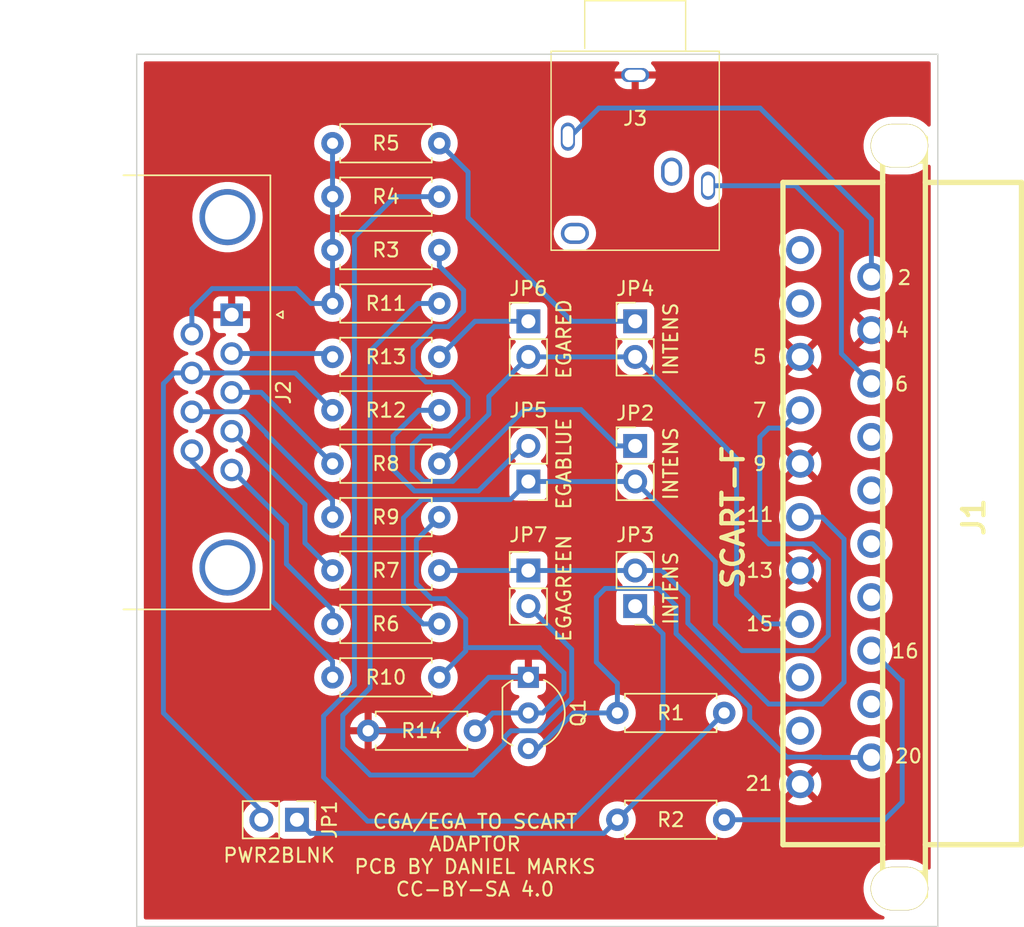
<source format=kicad_pcb>
(kicad_pcb (version 20211014) (generator pcbnew)
  (layers (0 "F.Cu" signal) (31 "B.Cu" signal) (34 "B.Paste" user) (35 "F.Paste" user) (36 "B.SilkS" user "B.Silkscreen") (37 "F.SilkS" user "F.Silkscreen") (38 "B.Mask" user) (39 "F.Mask" user) (44 "Edge.Cuts" user))
  (net 0 "")
  (net 3 "GND")
  (net 7 "Net-(J1-Pad15)")
  (net 11 "Net-(J1-Pad7)")
  (net 12 "Net-(J2-Pad3)")
  (net 13 "Net-(J2-Pad4)")
  (net 14 "Net-(J2-Pad5)")
  (net 15 "Net-(J2-Pad6)")
  (net 16 "Net-(J2-Pad7)")
  (net 17 "Net-(J2-Pad8)")
  (net 18 "Net-(J2-Pad9)")
  (net 19 "Net-(Q1-Pad2)")
  (net 20 "Net-(Q1-Pad3)")
  (net 21 "Net-(JP1-Pad1)")
  (net 22 "Net-(J2-Pad2)")
  (net 23 "Net-(JP2-Pad1)")
  (net 24 "Net-(JP3-Pad1)")
  (net 25 "Net-(JP4-Pad1)")
  (net 27 "Net-(JP5-Pad2)")
  (net 28 "Net-(JP6-Pad1)")
  (net 29 "Net-(JP7-Pad2)")
  (net 30 "Net-(J1-Pad2)")
  (net 31 "Net-(J1-Pad6)")
  (net 32 "Net-(J1-Pad11)")
  (net 35 "Net-(J1-Pad16)")
  (footprint "Resistor_THT:R_Axial_DIN0207_L6.3mm_D2.5mm_P7.62mm_Horizontal" (layer "F.Cu") (at 124.46 96.52 180)
    (fp_text reference "R14" (at 3.81 0) (layer "F.SilkS"))
    (fp_text value "1M")
    (fp_line (start 0.54 -1.04) (end 0.54 -1.37) (layer "F.SilkS") (width 0.12))
    (fp_line (start 7.08 1.37) (end 7.08 1.04) (layer "F.SilkS") (width 0.12))
    (fp_line (start 0.54 1.04) (end 0.54 1.37) (layer "F.SilkS") (width 0.12))
    (fp_line (start 0.54 -1.37) (end 7.08 -1.37) (layer "F.SilkS") (width 0.12))
    (fp_line (start 0.54 1.37) (end 7.08 1.37) (layer "F.SilkS") (width 0.12))
    (fp_line (start 7.08 -1.37) (end 7.08 -1.04) (layer "F.SilkS") (width 0.12))
    (pad "1" thru_hole circle (at 0 0 180) (size 1.6 1.6) (drill 0.8) (layers *.Cu *.Mask) (net 19 "Net-(Q1-Pad2)"))
    (pad "2" thru_hole oval (at 7.62 0 180) (size 1.6 1.6) (drill 0.8) (layers *.Cu *.Mask) (net 3 "GND"))
  )
  (footprint "Resistor_THT:R_Axial_DIN0207_L6.3mm_D2.5mm_P7.62mm_Horizontal" (layer "F.Cu") (at 121.92 92.71 180)
    (fp_text reference "R10" (at 3.81 0) (layer "F.SilkS"))
    (fp_text value "470R")
    (fp_line (start 0.54 1.37) (end 7.08 1.37) (layer "F.SilkS") (width 0.12))
    (fp_line (start 0.54 -1.37) (end 7.08 -1.37) (layer "F.SilkS") (width 0.12))
    (fp_line (start 0.54 1.04) (end 0.54 1.37) (layer "F.SilkS") (width 0.12))
    (fp_line (start 0.54 -1.04) (end 0.54 -1.37) (layer "F.SilkS") (width 0.12))
    (fp_line (start 7.08 1.37) (end 7.08 1.04) (layer "F.SilkS") (width 0.12))
    (fp_line (start 7.08 -1.37) (end 7.08 -1.04) (layer "F.SilkS") (width 0.12))
    (pad "1" thru_hole circle (at 0 0 180) (size 1.6 1.6) (drill 0.8) (layers *.Cu *.Mask) (net 19 "Net-(Q1-Pad2)"))
    (pad "2" thru_hole oval (at 7.62 0 180) (size 1.6 1.6) (drill 0.8) (layers *.Cu *.Mask) (net 18 "Net-(J2-Pad9)"))
  )
  (footprint "Resistor_THT:R_Axial_DIN0207_L6.3mm_D2.5mm_P7.62mm_Horizontal" (layer "F.Cu") (at 114.3 85.09)
    (fp_text reference "R7" (at 3.81 0) (layer "F.SilkS"))
    (fp_text value "470R")
    (fp_line (start 7.08 -1.37) (end 7.08 -1.04) (layer "F.SilkS") (width 0.12))
    (fp_line (start 0.54 1.04) (end 0.54 1.37) (layer "F.SilkS") (width 0.12))
    (fp_line (start 0.54 -1.37) (end 7.08 -1.37) (layer "F.SilkS") (width 0.12))
    (fp_line (start 0.54 1.37) (end 7.08 1.37) (layer "F.SilkS") (width 0.12))
    (fp_line (start 0.54 -1.04) (end 0.54 -1.37) (layer "F.SilkS") (width 0.12))
    (fp_line (start 7.08 1.37) (end 7.08 1.04) (layer "F.SilkS") (width 0.12))
    (pad "1" thru_hole circle (at 0 0) (size 1.6 1.6) (drill 0.8) (layers *.Cu *.Mask) (net 13 "Net-(J2-Pad4)"))
    (pad "2" thru_hole oval (at 7.62 0) (size 1.6 1.6) (drill 0.8) (layers *.Cu *.Mask) (net 32 "Net-(J1-Pad11)"))
  )
  (footprint "Connector_PinHeader_2.54mm:PinHeader_1x02_P2.54mm_Vertical" (layer "F.Cu") (at 135.89 76.2)
    (fp_text reference "JP2" (at 0 -2.33) (layer "F.SilkS"))
    (fp_text value "INTENS")
    (fp_line (start -1.33 -1.33) (end 0 -1.33) (layer "F.SilkS") (width 0.12))
    (fp_line (start -1.33 3.87) (end 1.33 3.87) (layer "F.SilkS") (width 0.12))
    (fp_line (start -1.33 1.27) (end -1.33 3.87) (layer "F.SilkS") (width 0.12))
    (fp_line (start 1.33 1.27) (end 1.33 3.87) (layer "F.SilkS") (width 0.12))
    (fp_line (start -1.33 0) (end -1.33 -1.33) (layer "F.SilkS") (width 0.12))
    (fp_line (start -1.33 1.27) (end 1.33 1.27) (layer "F.SilkS") (width 0.12))
    (pad "1" thru_hole rect (at 0 0) (size 1.7 1.7) (drill 1) (layers *.Cu *.Mask) (net 23 "Net-(JP2-Pad1)"))
    (pad "2" thru_hole oval (at 0 2.54) (size 1.7 1.7) (drill 1) (layers *.Cu *.Mask) (net 11 "Net-(J1-Pad7)"))
  )
  (footprint "Resistor_THT:R_Axial_DIN0207_L6.3mm_D2.5mm_P7.62mm_Horizontal" (layer "F.Cu") (at 114.3 77.47)
    (fp_text reference "R8" (at 3.81 0) (layer "F.SilkS"))
    (fp_text value "470R")
    (fp_line (start 0.54 -1.37) (end 7.08 -1.37) (layer "F.SilkS") (width 0.12))
    (fp_line (start 0.54 1.37) (end 7.08 1.37) (layer "F.SilkS") (width 0.12))
    (fp_line (start 0.54 1.04) (end 0.54 1.37) (layer "F.SilkS") (width 0.12))
    (fp_line (start 0.54 -1.04) (end 0.54 -1.37) (layer "F.SilkS") (width 0.12))
    (fp_line (start 7.08 -1.37) (end 7.08 -1.04) (layer "F.SilkS") (width 0.12))
    (fp_line (start 7.08 1.37) (end 7.08 1.04) (layer "F.SilkS") (width 0.12))
    (pad "1" thru_hole circle (at 0 0) (size 1.6 1.6) (drill 0.8) (layers *.Cu *.Mask) (net 12 "Net-(J2-Pad3)"))
    (pad "2" thru_hole oval (at 7.62 0) (size 1.6 1.6) (drill 0.8) (layers *.Cu *.Mask) (net 7 "Net-(J1-Pad15)"))
  )
  (footprint "Resistor_THT:R_Axial_DIN0207_L6.3mm_D2.5mm_P7.62mm_Horizontal" (layer "F.Cu") (at 114.3 69.85)
    (fp_text reference "R13" (at 3.81 0) (layer "F.SilkS"))
    (fp_text value "NC")
    (fp_line (start 0.54 -1.37) (end 7.08 -1.37) (layer "F.SilkS") (width 0.12))
    (fp_line (start 7.08 -1.37) (end 7.08 -1.04) (layer "F.SilkS") (width 0.12))
    (fp_line (start 0.54 -1.04) (end 0.54 -1.37) (layer "F.SilkS") (width 0.12))
    (fp_line (start 0.54 1.04) (end 0.54 1.37) (layer "F.SilkS") (width 0.12))
    (fp_line (start 7.08 1.37) (end 7.08 1.04) (layer "F.SilkS") (width 0.12))
    (fp_line (start 0.54 1.37) (end 7.08 1.37) (layer "F.SilkS") (width 0.12))
    (pad "1" thru_hole circle (at 0 0) (size 1.6 1.6) (drill 0.8) (layers *.Cu *.Mask) (net 22 "Net-(J2-Pad2)"))
    (pad "2" thru_hole oval (at 7.62 0) (size 1.6 1.6) (drill 0.8) (layers *.Cu *.Mask) (net 28 "Net-(JP6-Pad1)"))
  )
  (footprint "CGA2SCart:SCART" (layer "F.Cu") (at 154.94 81.28 90)
    (fp_text reference "J1" (at 0 5.10032 90) (layer "F.SilkS") (effects (font (size 1.524 1.524) (thickness 0.3048))))
    (fp_text value "SCART-F" (at 0 -12.065 90) (layer "F.SilkS") (effects (font (size 1.524 1.524) (thickness 0.3048))))
    (fp_line (start -23.368 8.509) (end -23.368 1.651) (layer "F.SilkS") (width 0.381))
    (fp_line (start -23.368 -8.509) (end 23.876 -8.509) (layer "F.SilkS") (width 0.381))
    (fp_line (start -23.368 8.509) (end 23.876 8.509) (layer "F.SilkS") (width 0.381))
    (fp_line (start 27.051 -1.397) (end 27.051 1.651) (layer "F.SilkS") (width 0.381))
    (fp_line (start -25.4 -1.397) (end -25.4 1.651) (layer "F.SilkS") (width 0.381))
    (fp_line (start 23.876 8.509) (end 23.876 1.651) (layer "F.SilkS") (width 0.381))
    (fp_line (start -27.051 -1.397) (end -27.051 1.651) (layer "F.SilkS") (width 0.381))
    (fp_line (start 23.876 -8.509) (end 23.876 -1.397) (layer "F.SilkS") (width 0.381))
    (fp_line (start 25.4 -1.397) (end 25.4 1.651) (layer "F.SilkS") (width 0.381))
    (fp_line (start 27.051 1.651) (end -27.051 1.651) (layer "F.SilkS") (width 0.381))
    (fp_line (start -27.051 -1.397) (end 27.051 -1.397) (layer "F.SilkS") (width 0.381))
    (fp_line (start -23.368 -1.397) (end -23.368 -8.509) (layer "F.SilkS") (width 0.381))
    (pad "" np_thru_hole oval locked (at -26.49982 -0.20066 90) (size 3.1 4.1) (drill oval 3 4) (layers *.Cu *.Mask "F.SilkS"))
    (pad "" np_thru_hole oval locked (at 26.49982 -0.20066 90) (size 3.1 4.1) (drill oval 3 4) (layers *.Cu *.Mask "F.SilkS"))
    (pad "1" thru_hole circle locked (at 19.05 -7.27964 90) (size 1.99898 1.99898) (drill 1.19888) (layers *.Cu *.Mask))
    (pad "2" thru_hole circle locked (at 17.145 -2.19964 90) (size 1.99898 1.99898) (drill 1.19888) (layers *.Cu *.Mask) (net 30 "Net-(J1-Pad2)"))
    (pad "3" thru_hole circle locked (at 15.24 -7.27964 90) (size 1.99898 1.99898) (drill 1.19888) (layers *.Cu *.Mask))
    (pad "4" thru_hole circle locked (at 13.335 -2.19964 90) (size 1.99898 1.99898) (drill 1.19888) (layers *.Cu *.Mask) (net 3 "GND"))
    (pad "5" thru_hole circle locked (at 11.43 -7.27964 90) (size 1.99898 1.99898) (drill 1.19888) (layers *.Cu *.Mask) (net 3 "GND"))
    (pad "6" thru_hole circle locked (at 9.525 -2.19964 90) (size 1.99898 1.99898) (drill 1.19888) (layers *.Cu *.Mask) (net 31 "Net-(J1-Pad6)"))
    (pad "7" thru_hole circle locked (at 7.62 -7.27964 90) (size 1.99898 1.99898) (drill 1.19888) (layers *.Cu *.Mask) (net 11 "Net-(J1-Pad7)"))
    (pad "8" thru_hole circle locked (at 5.715 -2.19964 90) (size 1.99898 1.99898) (drill 1.19888) (layers *.Cu *.Mask))
    (pad "9" thru_hole circle locked (at 3.81 -7.27964 90) (size 1.99898 1.99898) (drill 1.19888) (layers *.Cu *.Mask) (net 3 "GND"))
    (pad "10" thru_hole circle locked (at 1.905 -2.19964 90) (size 1.99898 1.99898) (drill 1.19888) (layers *.Cu *.Mask))
    (pad "11" thru_hole circle locked (at 0 -7.27964 90) (size 1.99898 1.99898) (drill 1.19888) (layers *.Cu *.Mask) (net 32 "Net-(J1-Pad11)"))
    (pad "12" thru_hole circle locked (at -1.905 -2.19964 90) (size 1.99898 1.99898) (drill 1.19888) (layers *.Cu *.Mask))
    (pad "13" thru_hole circle locked (at -3.81 -7.27964 90) (size 1.99898 1.99898) (drill 1.19888) (layers *.Cu *.Mask) (net 3 "GND"))
    (pad "14" thru_hole circle locked (at -5.715 -2.19964 90) (size 1.99898 1.99898) (drill 1.19888) (layers *.Cu *.Mask))
    (pad "15" thru_hole circle locked (at -7.62 -7.27964 90) (size 1.99898 1.99898) (drill 1.19888) (layers *.Cu *.Mask) (net 7 "Net-(J1-Pad15)"))
    (pad "16" thru_hole circle locked (at -9.525 -2.19964 90) (size 1.99898 1.99898) (drill 1.19888) (layers *.Cu *.Mask) (net 35 "Net-(J1-Pad16)"))
    (pad "17" thru_hole circle locked (at -11.43 -7.27964 90) (size 1.99898 1.99898) (drill 1.19888) (layers *.Cu *.Mask))
    (pad "18" thru_hole circle locked (at -13.335 -2.19964 90) (size 1.99898 1.99898) (drill 1.19888) (layers *.Cu *.Mask))
    (pad "19" thru_hole circle locked (at -15.24 -7.27964 90) (size 1.99898 1.99898) (drill 1.19888) (layers *.Cu *.Mask))
    (pad "20" thru_hole circle locked (at -17.145 -2.19964 90) (size 1.99898 1.99898) (drill 1.19888) (layers *.Cu *.Mask) (net 20 "Net-(Q1-Pad3)"))
    (pad "21" thru_hole circle locked (at -19.05 -7.27964 90) (size 1.99898 1.99898) (drill 1.19888) (layers *.Cu *.Mask) (net 3 "GND"))
  )
  (footprint "Connector_PinHeader_2.54mm:PinHeader_1x02_P2.54mm_Vertical" (layer "F.Cu") (at 135.89 87.63 180)
    (fp_text reference "JP3" (at 0 5.08) (layer "F.SilkS"))
    (fp_text value "IN")
    (fp_line (start -1.33 1.27) (end -1.33 3.87) (layer "F.SilkS") (width 0.12))
    (fp_line (start -1.33 1.27) (end 1.33 1.27) (layer "F.SilkS") (width 0.12))
    (fp_line (start -1.33 3.87) (end 1.33 3.87) (layer "F.SilkS") (width 0.12))
    (fp_line (start -1.33 0) (end -1.33 -1.33) (layer "F.SilkS") (width 0.12))
    (fp_line (start 1.33 1.27) (end 1.33 3.87) (layer "F.SilkS") (width 0.12))
    (fp_line (start -1.33 -1.33) (end 0 -1.33) (layer "F.SilkS") (width 0.12))
    (pad "1" thru_hole rect (at 0 0 180) (size 1.7 1.7) (drill 1) (layers *.Cu *.Mask) (net 24 "Net-(JP3-Pad1)"))
    (pad "2" thru_hole oval (at 0 2.54 180) (size 1.7 1.7) (drill 1) (layers *.Cu *.Mask) (net 32 "Net-(J1-Pad11)"))
  )
  (footprint "Connector_PinHeader_2.54mm:PinHeader_1x02_P2.54mm_Vertical" (layer "F.Cu") (at 128.27 67.31)
    (fp_text reference "JP6" (at 0 -2.33) (layer "F.SilkS"))
    (fp_text value "EGARED")
    (fp_line (start -1.33 1.27) (end 1.33 1.27) (layer "F.SilkS") (width 0.12))
    (fp_line (start -1.33 3.87) (end 1.33 3.87) (layer "F.SilkS") (width 0.12))
    (fp_line (start -1.33 1.27) (end -1.33 3.87) (layer "F.SilkS") (width 0.12))
    (fp_line (start -1.33 -1.33) (end 0 -1.33) (layer "F.SilkS") (width 0.12))
    (fp_line (start -1.33 0) (end -1.33 -1.33) (layer "F.SilkS") (width 0.12))
    (fp_line (start 1.33 1.27) (end 1.33 3.87) (layer "F.SilkS") (width 0.12))
    (pad "1" thru_hole rect (at 0 0) (size 1.7 1.7) (drill 1) (layers *.Cu *.Mask) (net 28 "Net-(JP6-Pad1)"))
    (pad "2" thru_hole oval (at 0 2.54) (size 1.7 1.7) (drill 1) (layers *.Cu *.Mask) (net 7 "Net-(J1-Pad15)"))
  )
  (footprint "Resistor_THT:R_Axial_DIN0207_L6.3mm_D2.5mm_P7.62mm_Horizontal" (layer "F.Cu") (at 121.92 66.04 180)
    (fp_text reference "R11" (at 3.81 0) (layer "F.SilkS"))
    (fp_text value "NC")
    (fp_line (start 0.54 -1.04) (end 0.54 -1.37) (layer "F.SilkS") (width 0.12))
    (fp_line (start 7.08 -1.37) (end 7.08 -1.04) (layer "F.SilkS") (width 0.12))
    (fp_line (start 7.08 1.37) (end 7.08 1.04) (layer "F.SilkS") (width 0.12))
    (fp_line (start 0.54 -1.37) (end 7.08 -1.37) (layer "F.SilkS") (width 0.12))
    (fp_line (start 0.54 1.04) (end 0.54 1.37) (layer "F.SilkS") (width 0.12))
    (fp_line (start 0.54 1.37) (end 7.08 1.37) (layer "F.SilkS") (width 0.12))
    (pad "1" thru_hole circle (at 0 0 180) (size 1.6 1.6) (drill 0.8) (layers *.Cu *.Mask) (net 29 "Net-(JP7-Pad2)"))
    (pad "2" thru_hole oval (at 7.62 0 180) (size 1.6 1.6) (drill 0.8) (layers *.Cu *.Mask) (net 15 "Net-(J2-Pad6)"))
  )
  (footprint "Resistor_THT:R_Axial_DIN0207_L6.3mm_D2.5mm_P7.62mm_Horizontal" (layer "F.Cu") (at 114.3 58.42)
    (fp_text reference "R4" (at 3.81 0) (layer "F.SilkS"))
    (fp_text value "1k")
    (fp_line (start 7.08 -1.37) (end 7.08 -1.04) (layer "F.SilkS") (width 0.12))
    (fp_line (start 0.54 1.37) (end 7.08 1.37) (layer "F.SilkS") (width 0.12))
    (fp_line (start 0.54 1.04) (end 0.54 1.37) (layer "F.SilkS") (width 0.12))
    (fp_line (start 0.54 -1.37) (end 7.08 -1.37) (layer "F.SilkS") (width 0.12))
    (fp_line (start 7.08 1.37) (end 7.08 1.04) (layer "F.SilkS") (width 0.12))
    (fp_line (start 0.54 -1.04) (end 0.54 -1.37) (layer "F.SilkS") (width 0.12))
    (pad "1" thru_hole circle (at 0 0) (size 1.6 1.6) (drill 0.8) (layers *.Cu *.Mask) (net 15 "Net-(J2-Pad6)"))
    (pad "2" thru_hole oval (at 7.62 0) (size 1.6 1.6) (drill 0.8) (layers *.Cu *.Mask) (net 24 "Net-(JP3-Pad1)"))
  )
  (footprint "Resistor_THT:R_Axial_DIN0207_L6.3mm_D2.5mm_P7.62mm_Horizontal" (layer "F.Cu") (at 142.24 102.87 180)
    (fp_text reference "R2" (at 3.81 0) (layer "F.SilkS"))
    (fp_text value "68R")
    (fp_line (start 0.54 1.37) (end 7.08 1.37) (layer "F.SilkS") (width 0.12))
    (fp_line (start 0.54 1.04) (end 0.54 1.37) (layer "F.SilkS") (width 0.12))
    (fp_line (start 7.08 1.37) (end 7.08 1.04) (layer "F.SilkS") (width 0.12))
    (fp_line (start 7.08 -1.37) (end 7.08 -1.04) (layer "F.SilkS") (width 0.12))
    (fp_line (start 0.54 -1.04) (end 0.54 -1.37) (layer "F.SilkS") (width 0.12))
    (fp_line (start 0.54 -1.37) (end 7.08 -1.37) (layer "F.SilkS") (width 0.12))
    (pad "1" thru_hole circle (at 0 0 180) (size 1.6 1.6) (drill 0.8) (layers *.Cu *.Mask) (net 35 "Net-(J1-Pad16)"))
    (pad "2" thru_hole oval (at 7.62 0 180) (size 1.6 1.6) (drill 0.8) (layers *.Cu *.Mask) (net 21 "Net-(JP1-Pad1)"))
  )
  (footprint "Resistor_THT:R_Axial_DIN0207_L6.3mm_D2.5mm_P7.62mm_Horizontal" (layer "F.Cu") (at 114.3 54.61)
    (fp_text reference "R5" (at 3.81 0) (layer "F.SilkS"))
    (fp_text value "1k")
    (fp_line (start 0.54 1.37) (end 7.08 1.37) (layer "F.SilkS") (width 0.12))
    (fp_line (start 7.08 1.37) (end 7.08 1.04) (layer "F.SilkS") (width 0.12))
    (fp_line (start 0.54 -1.04) (end 0.54 -1.37) (layer "F.SilkS") (width 0.12))
    (fp_line (start 7.08 -1.37) (end 7.08 -1.04) (layer "F.SilkS") (width 0.12))
    (fp_line (start 0.54 -1.37) (end 7.08 -1.37) (layer "F.SilkS") (width 0.12))
    (fp_line (start 0.54 1.04) (end 0.54 1.37) (layer "F.SilkS") (width 0.12))
    (pad "1" thru_hole circle (at 0 0) (size 1.6 1.6) (drill 0.8) (layers *.Cu *.Mask) (net 15 "Net-(J2-Pad6)"))
    (pad "2" thru_hole oval (at 7.62 0) (size 1.6 1.6) (drill 0.8) (layers *.Cu *.Mask) (net 25 "Net-(JP4-Pad1)"))
  )
  (footprint "Connector_PinHeader_2.54mm:PinHeader_1x02_P2.54mm_Vertical" (layer "F.Cu") (at 128.27 85.09)
    (fp_text reference "JP7" (at 0 -2.54) (layer "F.SilkS"))
    (fp_text value "EGAGREEN")
    (fp_line (start -1.33 -1.33) (end 0 -1.33) (layer "F.SilkS") (width 0.12))
    (fp_line (start -1.33 0) (end -1.33 -1.33) (layer "F.SilkS") (width 0.12))
    (fp_line (start 1.33 1.27) (end 1.33 3.87) (layer "F.SilkS") (width 0.12))
    (fp_line (start -1.33 1.27) (end -1.33 3.87) (layer "F.SilkS") (width 0.12))
    (fp_line (start -1.33 3.87) (end 1.33 3.87) (layer "F.SilkS") (width 0.12))
    (fp_line (start -1.33 1.27) (end 1.33 1.27) (layer "F.SilkS") (width 0.12))
    (pad "1" thru_hole rect (at 0 0) (size 1.7 1.7) (drill 1) (layers *.Cu *.Mask) (net 32 "Net-(J1-Pad11)"))
    (pad "2" thru_hole oval (at 0 2.54) (size 1.7 1.7) (drill 1) (layers *.Cu *.Mask) (net 29 "Net-(JP7-Pad2)"))
  )
  (footprint "Connector_Dsub:DSUB-9_Male_Horizontal_P2.77x2.84mm_EdgePinOffset4.94mm_Housed_MountingHolesOffset7.48mm" (layer "F.Cu") (at 107.105331 66.84 -90)
    (fp_text reference "J2" (at 5.54 -3.7 90) (layer "F.SilkS"))
    (fp_text value "DB9_Male")
    (fp_line (start 0.25 -3.654338) (end 0 -3.221325) (layer "F.SilkS") (width 0.12))
    (fp_line (start -9.945 -2.76) (end 21.025 -2.76) (layer "F.SilkS") (width 0.12))
    (fp_line (start 21.025 -2.76) (end 21.025 7.72) (layer "F.SilkS") (width 0.12))
    (fp_line (start 0 -3.221325) (end -0.25 -3.654338) (layer "F.SilkS") (width 0.12))
    (fp_line (start -0.25 -3.654338) (end 0.25 -3.654338) (layer "F.SilkS") (width 0.12))
    (fp_line (start -9.945 7.72) (end -9.945 -2.76) (layer "F.SilkS") (width 0.12))
    (pad "0" thru_hole circle (at -6.96 0.3 270) (size 4 4) (drill 3.2) (layers *.Cu *.Mask))
    (pad "0" thru_hole circle (at 18.04 0.3 270) (size 4 4) (drill 3.2) (layers *.Cu *.Mask))
    (pad "1" thru_hole rect (at 0 0 270) (size 1.6 1.6) (drill 1) (layers *.Cu *.Mask) (net 3 "GND"))
    (pad "2" thru_hole circle (at 2.77 0 270) (size 1.6 1.6) (drill 1) (layers *.Cu *.Mask) (net 22 "Net-(J2-Pad2)"))
    (pad "3" thru_hole circle (at 5.54 0 270) (size 1.6 1.6) (drill 1) (layers *.Cu *.Mask) (net 12 "Net-(J2-Pad3)"))
    (pad "4" thru_hole circle (at 8.31 0 270) (size 1.6 1.6) (drill 1) (layers *.Cu *.Mask) (net 13 "Net-(J2-Pad4)"))
    (pad "5" thru_hole circle (at 11.08 0 270) (size 1.6 1.6) (drill 1) (layers *.Cu *.Mask) (net 14 "Net-(J2-Pad5)"))
    (pad "6" thru_hole circle (at 1.385 2.84 270) (size 1.6 1.6) (drill 1) (layers *.Cu *.Mask) (net 15 "Net-(J2-Pad6)"))
    (pad "7" thru_hole circle (at 4.155 2.84 270) (size 1.6 1.6) (drill 1) (layers *.Cu *.Mask) (net 16 "Net-(J2-Pad7)"))
    (pad "8" thru_hole circle (at 6.925 2.84 270) (size 1.6 1.6) (drill 1) (layers *.Cu *.Mask) (net 17 "Net-(J2-Pad8)"))
    (pad "9" thru_hole circle (at 9.695 2.84 270) (size 1.6 1.6) (drill 1) (layers *.Cu *.Mask) (net 18 "Net-(J2-Pad9)"))
  )
  (footprint "Connector_PinHeader_2.54mm:PinHeader_1x02_P2.54mm_Vertical" (layer "F.Cu") (at 128.27 78.74 180)
    (fp_text reference "JP5" (at 0 5.08) (layer "F.SilkS"))
    (fp_text value "EGABLUE")
    (fp_line (start -1.33 1.27) (end 1.33 1.27) (layer "F.SilkS") (width 0.12))
    (fp_line (start -1.33 0) (end -1.33 -1.33) (layer "F.SilkS") (width 0.12))
    (fp_line (start 1.33 1.27) (end 1.33 3.87) (layer "F.SilkS") (width 0.12))
    (fp_line (start -1.33 3.87) (end 1.33 3.87) (layer "F.SilkS") (width 0.12))
    (fp_line (start -1.33 -1.33) (end 0 -1.33) (layer "F.SilkS") (width 0.12))
    (fp_line (start -1.33 1.27) (end -1.33 3.87) (layer "F.SilkS") (width 0.12))
    (pad "1" thru_hole rect (at 0 0 180) (size 1.7 1.7) (drill 1) (layers *.Cu *.Mask) (net 11 "Net-(J1-Pad7)"))
    (pad "2" thru_hole oval (at 0 2.54 180) (size 1.7 1.7) (drill 1) (layers *.Cu *.Mask) (net 27 "Net-(JP5-Pad2)"))
  )
  (footprint "Resistor_THT:R_Axial_DIN0207_L6.3mm_D2.5mm_P7.62mm_Horizontal" (layer "F.Cu") (at 114.3 73.66)
    (fp_text reference "R12" (at 3.81 0) (layer "F.SilkS"))
    (fp_text value "NC")
    (fp_line (start 0.54 1.37) (end 7.08 1.37) (layer "F.SilkS") (width 0.12))
    (fp_line (start 0.54 -1.04) (end 0.54 -1.37) (layer "F.SilkS") (width 0.12))
    (fp_line (start 0.54 1.04) (end 0.54 1.37) (layer "F.SilkS") (width 0.12))
    (fp_line (start 7.08 1.37) (end 7.08 1.04) (layer "F.SilkS") (width 0.12))
    (fp_line (start 7.08 -1.37) (end 7.08 -1.04) (layer "F.SilkS") (width 0.12))
    (fp_line (start 0.54 -1.37) (end 7.08 -1.37) (layer "F.SilkS") (width 0.12))
    (pad "1" thru_hole circle (at 0 0) (size 1.6 1.6) (drill 0.8) (layers *.Cu *.Mask) (net 16 "Net-(J2-Pad7)"))
    (pad "2" thru_hole oval (at 7.62 0) (size 1.6 1.6) (drill 0.8) (layers *.Cu *.Mask) (net 27 "Net-(JP5-Pad2)"))
  )
  (footprint "Resistor_THT:R_Axial_DIN0207_L6.3mm_D2.5mm_P7.62mm_Horizontal" (layer "F.Cu") (at 121.92 81.28 180)
    (fp_text reference "R9" (at 3.81 0) (layer "F.SilkS"))
    (fp_text value "470R")
    (fp_line (start 0.54 1.37) (end 7.08 1.37) (layer "F.SilkS") (width 0.12))
    (fp_line (start 7.08 1.37) (end 7.08 1.04) (layer "F.SilkS") (width 0.12))
    (fp_line (start 0.54 -1.04) (end 0.54 -1.37) (layer "F.SilkS") (width 0.12))
    (fp_line (start 0.54 1.04) (end 0.54 1.37) (layer "F.SilkS") (width 0.12))
    (fp_line (start 0.54 -1.37) (end 7.08 -1.37) (layer "F.SilkS") (width 0.12))
    (fp_line (start 7.08 -1.37) (end 7.08 -1.04) (layer "F.SilkS") (width 0.12))
    (pad "1" thru_hole circle (at 0 0 180) (size 1.6 1.6) (drill 0.8) (layers *.Cu *.Mask) (net 19 "Net-(Q1-Pad2)"))
    (pad "2" thru_hole oval (at 7.62 0 180) (size 1.6 1.6) (drill 0.8) (layers *.Cu *.Mask) (net 17 "Net-(J2-Pad8)"))
  )
  (footprint "Connector_PinHeader_2.54mm:PinHeader_1x02_P2.54mm_Vertical" (layer "F.Cu") (at 135.89 67.31)
    (fp_text reference "JP4" (at 0 -2.33) (layer "F.SilkS"))
    (fp_text value "IN")
    (fp_line (start -1.33 -1.33) (end 0 -1.33) (layer "F.SilkS") (width 0.12))
    (fp_line (start -1.33 3.87) (end 1.33 3.87) (layer "F.SilkS") (width 0.12))
    (fp_line (start -1.33 1.27) (end 1.33 1.27) (layer "F.SilkS") (width 0.12))
    (fp_line (start 1.33 1.27) (end 1.33 3.87) (layer "F.SilkS") (width 0.12))
    (fp_line (start -1.33 0) (end -1.33 -1.33) (layer "F.SilkS") (width 0.12))
    (fp_line (start -1.33 1.27) (end -1.33 3.87) (layer "F.SilkS") (width 0.12))
    (pad "1" thru_hole rect (at 0 0) (size 1.7 1.7) (drill 1) (layers *.Cu *.Mask) (net 25 "Net-(JP4-Pad1)"))
    (pad "2" thru_hole oval (at 0 2.54) (size 1.7 1.7) (drill 1) (layers *.Cu *.Mask) (net 7 "Net-(J1-Pad15)"))
  )
  (footprint "Package_TO_SOT_THT:TO-92_Inline_Wide" (layer "F.Cu") (at 128.27 92.71 -90)
    (fp_text reference "Q1" (at 2.54 -3.56 90) (layer "F.SilkS"))
    (fp_text value "2N7000")
    (fp_line (start 0.74 1.85) (end 4.34 1.85) (layer "F.SilkS") (width 0.12))
    (fp_arc (start 2.54 -2.6) (mid 3.936979 -2.192818) (end 4.8964 -1.098807) (layer "F.SilkS") (width 0.12))
    (fp_arc (start 4.864184 1.122795) (mid 4.633903 1.509328) (end 4.34 1.85) (layer "F.SilkS") (width 0.12))
    (fp_arc (start 0.1836 -1.098807) (mid 1.143021 -2.192817) (end 2.54 -2.6) (layer "F.SilkS") (width 0.12))
    (fp_arc (start 0.74 1.85) (mid 0.446097 1.509328) (end 0.215816 1.122795) (layer "F.SilkS") (width 0.12))
    (pad "1" thru_hole rect (at 0 0 270) (size 1.5 1.5) (drill 0.8) (layers *.Cu *.Mask) (net 3 "GND"))
    (pad "2" thru_hole circle (at 2.54 0 270) (size 1.5 1.5) (drill 0.8) (layers *.Cu *.Mask) (net 19 "Net-(Q1-Pad2)"))
    (pad "3" thru_hole circle (at 5.08 0 270) (size 1.5 1.5) (drill 0.8) (layers *.Cu *.Mask) (net 20 "Net-(Q1-Pad3)"))
  )
  (footprint "Resistor_THT:R_Axial_DIN0207_L6.3mm_D2.5mm_P7.62mm_Horizontal" (layer "F.Cu") (at 114.3 88.9)
    (fp_text reference "R6" (at 3.81 0) (layer "F.SilkS"))
    (fp_text value "470R")
    (fp_line (start 0.54 -1.04) (end 0.54 -1.37) (layer "F.SilkS") (width 0.12))
    (fp_line (start 0.54 -1.37) (end 7.08 -1.37) (layer "F.SilkS") (width 0.12))
    (fp_line (start 0.54 1.04) (end 0.54 1.37) (layer "F.SilkS") (width 0.12))
    (fp_line (start 0.54 1.37) (end 7.08 1.37) (layer "F.SilkS") (width 0.12))
    (fp_line (start 7.08 -1.37) (end 7.08 -1.04) (layer "F.SilkS") (width 0.12))
    (fp_line (start 7.08 1.37) (end 7.08 1.04) (layer "F.SilkS") (width 0.12))
    (pad "1" thru_hole circle (at 0 0) (size 1.6 1.6) (drill 0.8) (layers *.Cu *.Mask) (net 14 "Net-(J2-Pad5)"))
    (pad "2" thru_hole oval (at 7.62 0) (size 1.6 1.6) (drill 0.8) (layers *.Cu *.Mask) (net 11 "Net-(J1-Pad7)"))
  )
  (footprint "CGA2SCart:PJ-3240-35mm-stereo" (layer "F.Cu") (at 135.89 48.04)
    (fp_text reference "J3" (at 0 4.8) (layer "F.SilkS"))
    (fp_text value "Audio-Jack-3_2Switches")
    (fp_line (start 3.6 -3.6) (end 3.6 0) (layer "F.SilkS") (width 0.1))
    (fp_line (start -3.6 -3.6) (end 3.6 -3.6) (layer "F.SilkS") (width 0.1))
    (fp_line (start 0 0) (end -6 0) (layer "F.SilkS") (width 0.1))
    (fp_line (start -3.6 -0.2) (end -3.6 -3.6) (layer "F.SilkS") (width 0.1))
    (fp_line (start 6 0) (end 0 0) (layer "F.SilkS") (width 0.1))
    (fp_line (start 6 14.2) (end 6 0) (layer "F.SilkS") (width 0.1))
    (fp_line (start -6 14.2) (end 6 14.2) (layer "F.SilkS") (width 0.1))
    (fp_line (start -6 0) (end -6 14.2) (layer "F.SilkS") (width 0.1))
    (pad "1" thru_hole oval locked (at -4.8 6.1) (size 1 2) (drill oval 0.75 1.5) (layers *.Cu *.Mask) (net 30 "Net-(J1-Pad2)"))
    (pad "2" thru_hole oval locked (at 5.2 9.6) (size 1 2) (drill oval 0.75 1.5) (layers *.Cu *.Mask) (net 31 "Net-(J1-Pad6)"))
    (pad "3" thru_hole oval locked (at 0 1.7) (size 2 1) (drill oval 1.5 0.75) (layers *.Cu *.Mask) (net 3 "GND"))
    (pad "4" thru_hole oval locked (at -4.3 13) (size 2 1.5) (drill oval 1.5 1) (layers *.Cu *.Mask))
    (pad "5" thru_hole oval locked (at 2.6 8.6) (size 1.5 2) (drill oval 1 1.5) (layers *.Cu *.Mask))
  )
  (footprint "Connector_PinHeader_2.54mm:PinHeader_1x02_P2.54mm_Vertical" (layer "F.Cu") (at 111.76 102.87 -90)
    (fp_text reference "JP1" (at 0 -2.33 90) (layer "F.SilkS"))
    (fp_text value "PWR2BLNK")
    (fp_line (start 1.33 1.27) (end 1.33 3.87) (layer "F.SilkS") (width 0.12))
    (fp_line (start -1.33 3.87) (end 1.33 3.87) (layer "F.SilkS") (width 0.12))
    (fp_line (start -1.33 1.27) (end -1.33 3.87) (layer "F.SilkS") (width 0.12))
    (fp_line (start -1.33 0) (end -1.33 -1.33) (layer "F.SilkS") (width 0.12))
    (fp_line (start -1.33 1.27) (end 1.33 1.27) (layer "F.SilkS") (width 0.12))
    (fp_line (start -1.33 -1.33) (end 0 -1.33) (layer "F.SilkS") (width 0.12))
    (pad "1" thru_hole rect (at 0 0 270) (size 1.7 1.7) (drill 1) (layers *.Cu *.Mask) (net 21 "Net-(JP1-Pad1)"))
    (pad "2" thru_hole oval (at 0 2.54 270) (size 1.7 1.7) (drill 1) (layers *.Cu *.Mask) (net 16 "Net-(J2-Pad7)"))
  )
  (footprint "Resistor_THT:R_Axial_DIN0207_L6.3mm_D2.5mm_P7.62mm_Horizontal" (layer "F.Cu") (at 142.24 95.25 180)
    (fp_text reference "R1" (at 3.81 0) (layer "F.SilkS"))
    (fp_text value "470R")
    (fp_line (start 7.08 -1.37) (end 7.08 -1.04) (layer "F.SilkS") (width 0.12))
    (fp_line (start 0.54 1.04) (end 0.54 1.37) (layer "F.SilkS") (width 0.12))
    (fp_line (start 0.54 -1.37) (end 7.08 -1.37) (layer "F.SilkS") (width 0.12))
    (fp_line (start 0.54 1.37) (end 7.08 1.37) (layer "F.SilkS") (width 0.12))
    (fp_line (start 0.54 -1.04) (end 0.54 -1.37) (layer "F.SilkS") (width 0.12))
    (fp_line (start 7.08 1.37) (end 7.08 1.04) (layer "F.SilkS") (width 0.12))
    (pad "1" thru_hole circle (at 0 0 180) (size 1.6 1.6) (drill 0.8) (layers *.Cu *.Mask) (net 21 "Net-(JP1-Pad1)"))
    (pad "2" thru_hole oval (at 7.62 0 180) (size 1.6 1.6) (drill 0.8) (layers *.Cu *.Mask) (net 20 "Net-(Q1-Pad3)"))
  )
  (footprint "Resistor_THT:R_Axial_DIN0207_L6.3mm_D2.5mm_P7.62mm_Horizontal" (layer "F.Cu") (at 114.3 62.23)
    (fp_text reference "R3" (at 3.81 0) (layer "F.SilkS"))
    (fp_text value "1k")
    (fp_line (start 0.54 1.37) (end 7.08 1.37) (layer "F.SilkS") (width 0.12))
    (fp_line (start 0.54 -1.37) (end 7.08 -1.37) (layer "F.SilkS") (width 0.12))
    (fp_line (start 0.54 -1.04) (end 0.54 -1.37) (layer "F.SilkS") (width 0.12))
    (fp_line (start 7.08 -1.37) (end 7.08 -1.04) (layer "F.SilkS") (width 0.12))
    (fp_line (start 0.54 1.04) (end 0.54 1.37) (layer "F.SilkS") (width 0.12))
    (fp_line (start 7.08 1.37) (end 7.08 1.04) (layer "F.SilkS") (width 0.12))
    (pad "1" thru_hole circle (at 0 0) (size 1.6 1.6) (drill 0.8) (layers *.Cu *.Mask) (net 15 "Net-(J2-Pad6)"))
    (pad "2" thru_hole oval (at 7.62 0) (size 1.6 1.6) (drill 0.8) (layers *.Cu *.Mask) (net 23 "Net-(JP2-Pad1)"))
  )
  (gr_line (start 157.48 110.49) (end 100.33 110.49) (layer "Edge.Cuts") (width 0.1))
  (gr_line (start 157.48 48.26) (end 157.48 110.49) (layer "Edge.Cuts") (width 0.1))
  (gr_line (start 100.33 48.26) (end 157.48 48.26) (layer "Edge.Cuts") (width 0.1))
  (gr_line (start 100.33 110.49) (end 100.33 48.26) (layer "Edge.Cuts") (width 0.1))
  (gr_text "EGAGREEN" (at 130.81 86.36 90) (layer "F.SilkS") (effects (font (size 1 1))))
  (gr_text "EGARED" (at 130.81 68.58 90) (layer "F.SilkS") (effects (font (size 1 1))))
  (gr_text "INTENS" (at 138.43 68.58 90) (layer "F.SilkS") (effects (font (size 1 1))))
  (gr_text "21" (at 144.72 100.29) (layer "F.SilkS") (effects (font (size 1 1))))
  (gr_text "9" (at 144.78 77.47) (layer "F.SilkS") (effects (font (size 1 1))))
  (gr_text "16" (at 155.16 90.84) (layer "F.SilkS") (effects (font (size 1 1))))
  (gr_text "INTENS" (at 138.43 77.47 90) (layer "F.SilkS") (effects (font (size 1 1))))
  (gr_text "15" (at 144.78 88.9) (layer "F.SilkS") (effects (font (size 1 1))))
  (gr_text "4" (at 154.94 67.945) (layer "F.SilkS") (effects (font (size 1 1))))
  (gr_text "11" (at 144.8 81.1) (layer "F.SilkS") (effects (font (size 1 1))))
  (gr_text "5" (at 144.78 69.85) (layer "F.SilkS") (effects (font (size 1 1))))
  (gr_text "2" (at 155.1 64.2) (layer "F.SilkS") (effects (font (size 1 1))))
  (gr_text "7" (at 144.78 73.66) (layer "F.SilkS") (effects (font (size 1 1))))
  (gr_text "20" (at 155.39 98.33) (layer "F.SilkS") (effects (font (size 1 1))))
  (gr_text "CGA/EGA TO SCART\nADAPTOR\nPCB BY DANIEL MARKS\nCC-BY-SA 4.0" (at 124.46 105.41) (layer "F.SilkS") (effects (font (size 1 1))))
  (gr_text "6" (at 154.9 71.8) (layer "F.SilkS") (effects (font (size 1 1))))
  (gr_text "EGABLUE" (at 130.81 77.47 90) (layer "F.SilkS") (effects (font (size 1 1))))
  (gr_text "INTENS" (at 138.43 86.36 90) (layer "F.SilkS") (effects (font (size 1 1))))
  (gr_text "PWR2BLNK" (at 110.49 105.41) (layer "F.SilkS") (effects (font (size 1 1))))
  (gr_text "13" (at 144.78 85.09) (layer "F.SilkS") (effects (font (size 1 1))))
  (segment (start 125.45 92.71) (end 121.64 96.52) (width 0.35) (layer "B.Cu") (net 3))
  (segment (start 121.64 96.52) (end 116.84 96.52) (width 0.35) (layer "B.Cu") (net 3))
  (segment (start 128.27 92.71) (end 125.45 92.71) (width 0.35) (layer "B.Cu") (net 3))
  (segment (start 128.27 69.85) (end 125.45 72.67) (width 0.35) (layer "B.Cu") (net 7))
  (segment (start 135.89 69.85) (end 143.125 77.085) (width 0.35) (layer "B.Cu") (net 7))
  (segment (start 125.45 73.94) (end 121.92 77.47) (width 0.35) (layer "B.Cu") (net 7))
  (segment (start 125.45 72.67) (end 125.45 73.94) (width 0.35) (layer "B.Cu") (net 7))
  (segment (start 135.89 69.85) (end 128.27 69.85) (width 0.35) (layer "B.Cu") (net 7))
  (segment (start 143.125 77.085) (end 143.125 86.8) (width 0.35) (layer "B.Cu") (net 7))
  (segment (start 145.225 88.9) (end 147.66036 88.9) (width 0.35) (layer "B.Cu") (net 7))
  (segment (start 143.125 86.8) (end 145.225 88.9) (width 0.35) (layer "B.Cu") (net 7))
  (segment (start 144.78 82.55) (end 144.78 75.565) (width 0.35) (layer "B.Cu") (net 11))
  (segment (start 135.89 78.74) (end 141.605 84.455) (width 0.35) (layer "B.Cu") (net 11))
  (segment (start 146.39036 74.93) (end 147.66036 73.66) (width 0.35) (layer "B.Cu") (net 11))
  (segment (start 144.78 75.565) (end 145.415 74.93) (width 0.35) (layer "B.Cu") (net 11))
  (segment (start 126.98 80.03) (end 120.67 80.03) (width 0.35) (layer "B.Cu") (net 11))
  (segment (start 119.36 87.5) (end 120.76 88.9) (width 0.35) (layer "B.Cu") (net 11))
  (segment (start 119.36 81.34) (end 119.36 87.5) (width 0.35) (layer "B.Cu") (net 11))
  (segment (start 145.415 74.93) (end 146.39036 74.93) (width 0.35) (layer "B.Cu") (net 11))
  (segment (start 135.89 78.74) (end 128.27 78.74) (width 0.35) (layer "B.Cu") (net 11))
  (segment (start 143.51 90.805) (end 148.59 90.805) (width 0.35) (layer "B.Cu") (net 11))
  (segment (start 149.67 84.32) (end 148.535 83.185) (width 0.35) (layer "B.Cu") (net 11))
  (segment (start 141.605 84.455) (end 141.605 88.9) (width 0.35) (layer "B.Cu") (net 11))
  (segment (start 141.605 88.9) (end 143.51 90.805) (width 0.35) (layer "B.Cu") (net 11))
  (segment (start 149.67 89.725) (end 149.67 84.32) (width 0.35) (layer "B.Cu") (net 11))
  (segment (start 128.27 78.74) (end 126.98 80.03) (width 0.35) (layer "B.Cu") (net 11))
  (segment (start 120.67 80.03) (end 119.36 81.34) (width 0.35) (layer "B.Cu") (net 11))
  (segment (start 120.76 88.9) (end 121.92 88.9) (width 0.35) (layer "B.Cu") (net 11))
  (segment (start 148.59 90.805) (end 149.67 89.725) (width 0.35) (layer "B.Cu") (net 11))
  (segment (start 145.415 83.185) (end 144.78 82.55) (width 0.35) (layer "B.Cu") (net 11))
  (segment (start 148.535 83.185) (end 145.415 83.185) (width 0.35) (layer "B.Cu") (net 11))
  (segment (start 107.105331 72.38) (end 109.21 72.38) (width 0.35) (layer "B.Cu") (net 12))
  (segment (start 109.21 72.38) (end 114.3 77.47) (width 0.35) (layer "B.Cu") (net 12))
  (segment (start 112.33 80.374669) (end 112.33 83.12) (width 0.35) (layer "B.Cu") (net 13))
  (segment (start 107.105331 75.15) (end 112.33 80.374669) (width 0.35) (layer "B.Cu") (net 13))
  (segment (start 112.33 83.12) (end 114.3 85.09) (width 0.35) (layer "B.Cu") (net 13))
  (segment (start 107.105331 77.92) (end 111.01 81.824669) (width 0.35) (layer "B.Cu") (net 14))
  (segment (start 111.01 84.62) (end 114.3 87.91) (width 0.35) (layer "B.Cu") (net 14))
  (segment (start 114.3 87.91) (end 114.3 88.9) (width 0.35) (layer "B.Cu") (net 14))
  (segment (start 111.01 81.824669) (end 111.01 84.62) (width 0.35) (layer "B.Cu") (net 14))
  (segment (start 104.265331 68.225) (end 104.265331 66.424669) (width 0.35) (layer "B.Cu") (net 15))
  (segment (start 111.7 64.98) (end 112.76 66.04) (width 0.35) (layer "B.Cu") (net 15))
  (segment (start 114.3 58.42) (end 114.3 54.61) (width 0.35) (layer "B.Cu") (net 15))
  (segment (start 105.71 64.98) (end 111.7 64.98) (width 0.35) (layer "B.Cu") (net 15))
  (segment (start 104.265331 66.424669) (end 105.71 64.98) (width 0.35) (layer "B.Cu") (net 15))
  (segment (start 112.76 66.04) (end 114.3 66.04) (width 0.35) (layer "B.Cu") (net 15))
  (segment (start 114.3 66.04) (end 114.3 62.23) (width 0.35) (layer "B.Cu") (net 15))
  (segment (start 114.3 62.23) (end 114.3 58.42) (width 0.35) (layer "B.Cu") (net 15))
  (segment (start 111.635 70.995) (end 114.3 73.66) (width 0.35) (layer "B.Cu") (net 16))
  (segment (start 102.995 70.995) (end 102.235 71.755) (width 0.35) (layer "B.Cu") (net 16))
  (segment (start 102.235 95.25) (end 109.22 102.235) (width 0.35) (layer "B.Cu") (net 16))
  (segment (start 104.265331 70.995) (end 102.995 70.995) (width 0.35) (layer "B.Cu") (net 16))
  (segment (start 102.235 71.755) (end 102.235 95.25) (width 0.35) (layer "B.Cu") (net 16))
  (segment (start 104.265331 70.995) (end 111.635 70.995) (width 0.35) (layer "B.Cu") (net 16))
  (segment (start 109.22 102.235) (end 109.22 102.87) (width 0.35) (layer "B.Cu") (net 16))
  (segment (start 109.6 75.32) (end 109.6 75.38) (width 0.35) (layer "B.Cu") (net 17))
  (segment (start 108.045 73.765) (end 109.6 75.32) (width 0.35) (layer "B.Cu") (net 17))
  (segment (start 104.265331 73.765) (end 108.045 73.765) (width 0.35) (layer "B.Cu") (net 17))
  (segment (start 109.6 75.38) (end 114.3 80.08) (width 0.35) (layer "B.Cu") (net 17))
  (segment (start 114.3 80.08) (end 114.3 81.28) (width 0.35) (layer "B.Cu") (net 17))
  (segment (start 104.265331 76.535) (end 104.265331 77.315331) (width 0.35) (layer "B.Cu") (net 18))
  (segment (start 110 83.05) (end 110 87.27) (width 0.35) (layer "B.Cu") (net 18))
  (segment (start 104.265331 77.315331) (end 110 83.05) (width 0.35) (layer "B.Cu") (net 18))
  (segment (start 110 87.27) (end 114.3 91.57) (width 0.35) (layer "B.Cu") (net 18))
  (segment (start 114.3 91.57) (end 114.3 92.71) (width 0.35) (layer "B.Cu") (net 18))
  (segment (start 129.05 90.64) (end 129.05 90.59) (width 0.35) (layer "B.Cu") (net 19))
  (segment (start 121.35 87.1) (end 122.36 87.1) (width 0.35) (layer "B.Cu") (net 19))
  (segment (start 130.81 92.4) (end 129.05 90.64) (width 0.35) (layer "B.Cu") (net 19))
  (segment (start 125.73 95.25) (end 124.46 96.52) (width 0.35) (layer "B.Cu") (net 19))
  (segment (start 123.8 90.83) (end 121.92 92.71) (width 0.35) (layer "B.Cu") (net 19))
  (segment (start 129.3 95.25) (end 130.81 93.74) (width 0.35) (layer "B.Cu") (net 19))
  (segment (start 128.27 95.25) (end 129.3 95.25) (width 0.35) (layer "B.Cu") (net 19))
  (segment (start 123.8 90.59) (end 123.8 90.83) (width 0.35) (layer "B.Cu") (net 19))
  (segment (start 130.81 93.74) (end 130.81 92.4) (width 0.35) (layer "B.Cu") (net 19))
  (segment (start 121.92 81.28) (end 120.28 82.92) (width 0.35) (layer "B.Cu") (net 19))
  (segment (start 129.05 90.59) (end 123.8 90.59) (width 0.35) (layer "B.Cu") (net 19))
  (segment (start 123.8 88.54) (end 123.8 90.59) (width 0.35) (layer "B.Cu") (net 19))
  (segment (start 120.28 86.03) (end 121.35 87.1) (width 0.35) (layer "B.Cu") (net 19))
  (segment (start 128.27 95.25) (end 125.73 95.25) (width 0.35) (layer "B.Cu") (net 19))
  (segment (start 120.28 82.92) (end 120.28 86.03) (width 0.35) (layer "B.Cu") (net 19))
  (segment (start 122.36 87.1) (end 123.8 88.54) (width 0.35) (layer "B.Cu") (net 19))
  (segment (start 144.06 95.76) (end 146.7 98.4) (width 0.35) (layer "B.Cu") (net 20))
  (segment (start 137.56 86.37) (end 138.81 87.62) (width 0.35) (layer "B.Cu") (net 20))
  (segment (start 138.81 89.59) (end 144.06 94.84) (width 0.35) (layer "B.Cu") (net 20))
  (segment (start 128.95 97.79) (end 128.27 97.79) (width 0.35) (layer "B.Cu") (net 20))
  (segment (start 149.14 98.4) (end 149.165 98.425) (width 0.35) (layer "B.Cu") (net 20))
  (segment (start 133.12 87) (end 133.75 86.37) (width 0.35) (layer "B.Cu") (net 20))
  (segment (start 133.75 86.37) (end 137.56 86.37) (width 0.35) (layer "B.Cu") (net 20))
  (segment (start 146.7 98.4) (end 149.14 98.4) (width 0.35) (layer "B.Cu") (net 20))
  (segment (start 134.62 93.13) (end 133.12 91.63) (width 0.35) (layer "B.Cu") (net 20))
  (segment (start 144.06 94.84) (end 144.06 95.76) (width 0.35) (layer "B.Cu") (net 20))
  (segment (start 138.81 87.62) (end 138.81 89.59) (width 0.35) (layer "B.Cu") (net 20))
  (segment (start 133.12 91.63) (end 133.12 87) (width 0.35) (layer "B.Cu") (net 20))
  (segment (start 134.62 95.25) (end 134.62 93.13) (width 0.35) (layer "B.Cu") (net 20))
  (segment (start 131.49 95.25) (end 128.95 97.79) (width 0.35) (layer "B.Cu") (net 20))
  (segment (start 149.165 98.425) (end 152.74036 98.425) (width 0.35) (layer "B.Cu") (net 20))
  (segment (start 134.62 95.25) (end 131.49 95.25) (width 0.35) (layer "B.Cu") (net 20))
  (segment (start 142.24 95.25) (end 139.7 97.79) (width 0.35) (layer "B.Cu") (net 21))
  (segment (start 139.7 97.79) (end 134.62 102.87) (width 0.35) (layer "B.Cu") (net 21))
  (segment (start 133.65 103.84) (end 112.73 103.84) (width 0.35) (layer "B.Cu") (net 21))
  (segment (start 112.73 103.84) (end 111.76 102.87) (width 0.35) (layer "B.Cu") (net 21))
  (segment (start 134.62 102.87) (end 133.65 103.84) (width 0.35) (layer "B.Cu") (net 21))
  (segment (start 107.105331 69.61) (end 114.06 69.61) (width 0.35) (layer "B.Cu") (net 22))
  (segment (start 114.06 69.61) (end 114.3 69.85) (width 0.35) (layer "B.Cu") (net 22))
  (segment (start 121.56 67.69) (end 122.53 67.69) (width 0.35) (layer "B.Cu") (net 23))
  (segment (start 119.99 77.91) (end 119.99 76.13) (width 0.35) (layer "B.Cu") (net 23))
  (segment (start 128 73.61) (end 122.88 78.73) (width 0.35) (layer "B.Cu") (net 23))
  (segment (start 120.05 69.2) (end 121.56 67.69) (width 0.35) (layer "B.Cu") (net 23))
  (segment (start 135.89 76.2) (end 134.61 76.2) (width 0.35) (layer "B.Cu") (net 23))
  (segment (start 120.81 78.73) (end 119.99 77.91) (width 0.35) (layer "B.Cu") (net 23))
  (segment (start 119.99 76.13) (end 120.62 75.5) (width 0.35) (layer "B.Cu") (net 23))
  (segment (start 122.88 78.73) (end 120.81 78.73) (width 0.35) (layer "B.Cu") (net 23))
  (segment (start 123.96 72.78) (end 122.82 71.64) (width 0.35) (layer "B.Cu") (net 23))
  (segment (start 123.96 74.15) (end 123.96 72.78) (width 0.35) (layer "B.Cu") (net 23))
  (segment (start 121.92 63.37) (end 121.92 62.23) (width 0.35) (layer "B.Cu") (net 23))
  (segment (start 122.61 75.5) (end 123.96 74.15) (width 0.35) (layer "B.Cu") (net 23))
  (segment (start 134.61 76.2) (end 132.02 73.61) (width 0.35) (layer "B.Cu") (net 23))
  (segment (start 132.02 73.61) (end 128 73.61) (width 0.35) (layer "B.Cu") (net 23))
  (segment (start 120.62 75.5) (end 122.61 75.5) (width 0.35) (layer "B.Cu") (net 23))
  (segment (start 122.53 67.69) (end 123.65 66.57) (width 0.35) (layer "B.Cu") (net 23))
  (segment (start 120.05 70.73) (end 120.05 69.2) (width 0.35) (layer "B.Cu") (net 23))
  (segment (start 120.96 71.64) (end 120.05 70.73) (width 0.35) (layer "B.Cu") (net 23))
  (segment (start 123.65 66.57) (end 123.65 65.1) (width 0.35) (layer "B.Cu") (net 23))
  (segment (start 122.82 71.64) (end 120.96 71.64) (width 0.35) (layer "B.Cu") (net 23))
  (segment (start 123.65 65.1) (end 121.92 63.37) (width 0.35) (layer "B.Cu") (net 23))
  (segment (start 118.74 58.42) (end 121.92 58.42) (width 0.35) (layer "B.Cu") (net 24))
  (segment (start 131.41 102.97) (end 116.8 102.97) (width 0.35) (layer "B.Cu") (net 24))
  (segment (start 115.86 93.27) (end 115.86 61.3) (width 0.35) (layer "B.Cu") (net 24))
  (segment (start 135.89 87.63) (end 137.88 89.62) (width 0.35) (layer "B.Cu") (net 24))
  (segment (start 113.66 95.47) (end 115.86 93.27) (width 0.35) (layer "B.Cu") (net 24))
  (segment (start 116.8 102.97) (end 113.66 99.83) (width 0.35) (layer "B.Cu") (net 24))
  (segment (start 113.66 99.83) (end 113.66 95.47) (width 0.35) (layer "B.Cu") (net 24))
  (segment (start 137.88 89.62) (end 137.88 96.5) (width 0.35) (layer "B.Cu") (net 24))
  (segment (start 115.86 61.3) (end 118.74 58.42) (width 0.35) (layer "B.Cu") (net 24))
  (segment (start 137.88 96.5) (end 131.41 102.97) (width 0.35) (layer "B.Cu") (net 24))
  (segment (start 123.97 59.91) (end 123.97 56.66) (width 0.35) (layer "B.Cu") (net 25))
  (segment (start 123.97 56.66) (end 121.92 54.61) (width 0.35) (layer "B.Cu") (net 25))
  (segment (start 131.37 67.31) (end 123.97 59.91) (width 0.35) (layer "B.Cu") (net 25))
  (segment (start 135.89 67.31) (end 131.37 67.31) (width 0.35) (layer "B.Cu") (net 25))
  (segment (start 120.46 73.66) (end 118.62 75.5) (width 0.35) (layer "B.Cu") (net 27))
  (segment (start 121.92 73.66) (end 120.46 73.66) (width 0.35) (layer "B.Cu") (net 27))
  (segment (start 127.77 76.35) (end 128.12 76.35) (width 0.35) (layer "B.Cu") (net 27))
  (segment (start 118.62 77.89) (end 120.14 79.41) (width 0.35) (layer "B.Cu") (net 27))
  (segment (start 128.12 76.35) (end 128.27 76.2) (width 0.35) (layer "B.Cu") (net 27))
  (segment (start 118.62 75.5) (end 118.62 77.89) (width 0.35) (layer "B.Cu") (net 27))
  (segment (start 124.71 79.41) (end 127.77 76.35) (width 0.35) (layer "B.Cu") (net 27))
  (segment (start 120.14 79.41) (end 124.71 79.41) (width 0.35) (layer "B.Cu") (net 27))
  (segment (start 121.92 69.85) (end 124.46 67.31) (width 0.35) (layer "B.Cu") (net 28))
  (segment (start 124.46 67.31) (end 128.27 67.31) (width 0.35) (layer "B.Cu") (net 28))
  (segment (start 116.99 99.68) (end 124.32 99.68) (width 0.35) (layer "B.Cu") (net 29))
  (segment (start 126.56 96.99) (end 127.03 96.52) (width 0.35) (layer "B.Cu") (net 29))
  (segment (start 127.03 96.52) (end 129.05 96.52) (width 0.35) (layer "B.Cu") (net 29))
  (segment (start 116.98 93.46) (end 115.03 95.41) (width 0.35) (layer "B.Cu") (net 29))
  (segment (start 131.35952 94.21048) (end 131.35952 90.71952) (width 0.35) (layer "B.Cu") (net 29))
  (segment (start 129.05 96.52) (end 131.35952 94.21048) (width 0.35) (layer "B.Cu") (net 29))
  (segment (start 126.56 97.44) (end 126.56 96.99) (width 0.35) (layer "B.Cu") (net 29))
  (segment (start 115.03 95.41) (end 115.03 97.72) (width 0.35) (layer "B.Cu") (net 29))
  (segment (start 124.32 99.68) (end 126.56 97.44) (width 0.35) (layer "B.Cu") (net 29))
  (segment (start 121.92 66.04) (end 120.37 66.04) (width 0.35) (layer "B.Cu") (net 29))
  (segment (start 131.35952 90.71952) (end 128.27 87.63) (width 0.35) (layer "B.Cu") (net 29))
  (segment (start 115.03 97.72) (end 116.99 99.68) (width 0.35) (layer "B.Cu") (net 29))
  (segment (start 116.98 69.43) (end 116.98 93.46) (width 0.35) (layer "B.Cu") (net 29))
  (segment (start 120.37 66.04) (end 116.98 69.43) (width 0.35) (layer "B.Cu") (net 29))
  (segment (start 133.3 52.1) (end 144.8 52.1) (width 0.35) (layer "B.Cu") (net 30))
  (segment (start 131.09 54.14) (end 131.26 54.14) (width 0.35) (layer "B.Cu") (net 30))
  (segment (start 152.74036 60.04036) (end 152.74036 64.135) (width 0.35) (layer "B.Cu") (net 30))
  (segment (start 131.26 54.14) (end 133.3 52.1) (width 0.35) (layer "B.Cu") (net 30))
  (segment (start 144.8 52.1) (end 152.74036 60.04036) (width 0.35) (layer "B.Cu") (net 30))
  (segment (start 147.34 57.64) (end 150.6 60.9) (width 0.35) (layer "B.Cu") (net 31))
  (segment (start 141.09 57.64) (end 147.34 57.64) (width 0.35) (layer "B.Cu") (net 31))
  (segment (start 150.6 69.61464) (end 152.74036 71.755) (width 0.35) (layer "B.Cu") (net 31))
  (segment (start 150.6 60.9) (end 150.6 69.61464) (width 0.35) (layer "B.Cu") (net 31))
  (segment (start 145.415 94.615) (end 149.225 94.615) (width 0.35) (layer "B.Cu") (net 32))
  (segment (start 135.89 85.09) (end 137.79 85.09) (width 0.35) (layer "B.Cu") (net 32))
  (segment (start 128.27 85.09) (end 135.89 85.09) (width 0.35) (layer "B.Cu") (net 32))
  (segment (start 150.79 82.845) (end 149.225 81.28) (width 0.35) (layer "B.Cu") (net 32))
  (segment (start 137.79 85.09) (end 139.645 86.945) (width 0.35) (layer "B.Cu") (net 32))
  (segment (start 149.225 94.615) (end 150.79 93.05) (width 0.35) (layer "B.Cu") (net 32))
  (segment (start 150.79 93.05) (end 150.79 82.845) (width 0.35) (layer "B.Cu") (net 32))
  (segment (start 121.92 85.09) (end 128.27 85.09) (width 0.35) (layer "B.Cu") (net 32))
  (segment (start 149.225 81.28) (end 147.66036 81.28) (width 0.35) (layer "B.Cu") (net 32))
  (segment (start 139.645 86.945) (end 139.645 88.845) (width 0.35) (layer "B.Cu") (net 32))
  (segment (start 139.645 88.845) (end 145.415 94.615) (width 0.35) (layer "B.Cu") (net 32))
  (segment (start 142.24 102.87) (end 153.67 102.87) (width 0.35) (layer "B.Cu") (net 35))
  (segment (start 153.67 102.87) (end 154.94 101.6) (width 0.35) (layer "B.Cu") (net 35))
  (segment (start 154.94 92.95) (end 154.88536 92.95) (width 0.35) (layer "B.Cu") (net 35))
  (segment (start 154.88536 92.95) (end 152.74036 90.805) (width 0.35) (layer "B.Cu") (net 35))
  (segment (start 154.94 101.6) (end 154.94 92.95) (width 0.35) (layer "B.Cu") (net 35))
  (zone (net 3) (net_name "GND") (layer "F.Cu") (connect_pads (clearance 0.508)) (min_thickness 0.254) (fill yes (thermal_gap 0.508) (thermal_bridge_width 0.508))
    (polygon (pts (xy 157.48 110.49) (xy 100.33 110.49) (xy 100.33 48.26) (xy 157.48 48.26)))
  )
)
</source>
